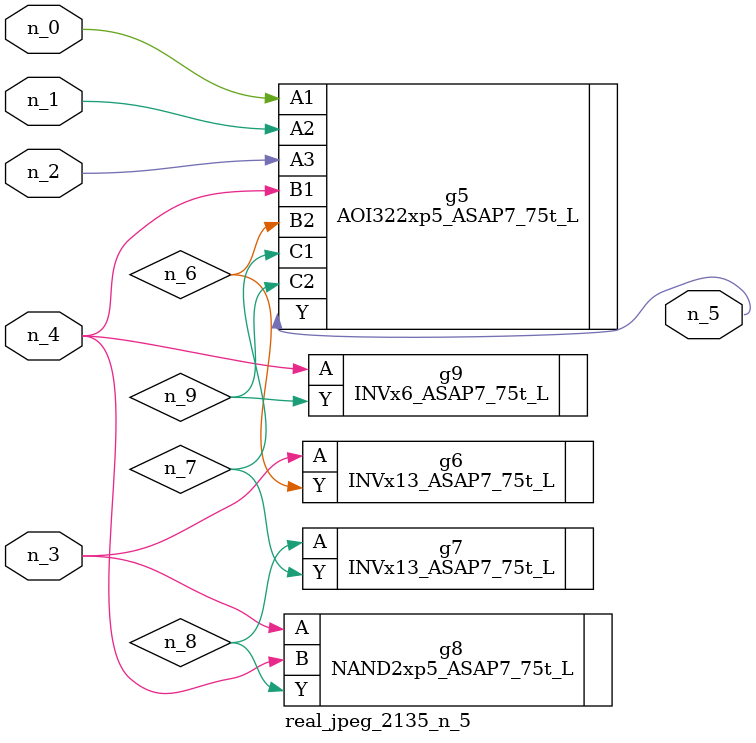
<source format=v>
module real_jpeg_2135_n_5 (n_4, n_0, n_1, n_2, n_3, n_5);

input n_4;
input n_0;
input n_1;
input n_2;
input n_3;

output n_5;

wire n_8;
wire n_6;
wire n_7;
wire n_9;

AOI322xp5_ASAP7_75t_L g5 ( 
.A1(n_0),
.A2(n_1),
.A3(n_2),
.B1(n_4),
.B2(n_6),
.C1(n_7),
.C2(n_9),
.Y(n_5)
);

INVx13_ASAP7_75t_L g6 ( 
.A(n_3),
.Y(n_6)
);

NAND2xp5_ASAP7_75t_L g8 ( 
.A(n_3),
.B(n_4),
.Y(n_8)
);

INVx6_ASAP7_75t_L g9 ( 
.A(n_4),
.Y(n_9)
);

INVx13_ASAP7_75t_L g7 ( 
.A(n_8),
.Y(n_7)
);


endmodule
</source>
